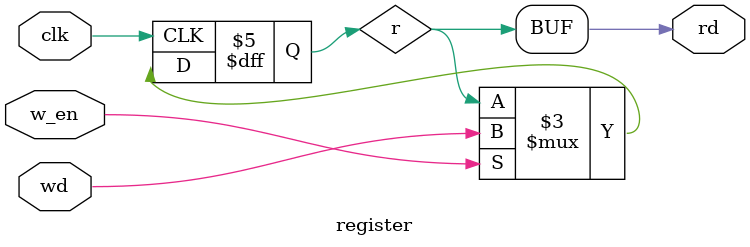
<source format=sv>
module register( output logic rd, 
               input clk,
			   input w_en, 
               input  wd);
 reg  r; 
 always_comb begin
   rd =r; 
 end
 always @(posedge clk)
 begin
  if (w_en) begin
  //  $display("testetstestest");	 
    r <= wd; 
	end
 end
endmodule
</source>
